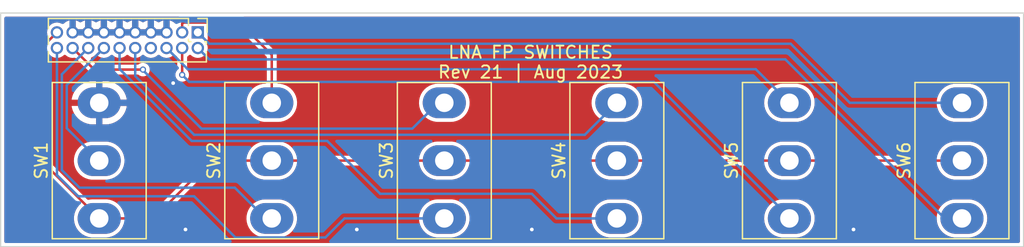
<source format=kicad_pcb>
(kicad_pcb (version 20211014) (generator pcbnew)
  (layers (0 "F.Cu" signal) (31 "B.Cu" signal) (34 "B.Paste" user) (35 "F.Paste" user) (36 "B.SilkS" user "B.Silkscreen") (37 "F.SilkS" user "F.Silkscreen") (38 "B.Mask" user) (39 "F.Mask" user) (44 "Edge.Cuts" user))
  (net 0 "")
  (net 1 "/-20dB_SW__IN")
  (net 2 "/+20dB_SW__IN")
  (net 3 "GND")
  (net 4 "/WB_SW__IN")
  (net 5 "/10Hz_LP_SW__IN")
  (net 6 "/10kHz_LP_SW__IN")
  (net 7 "/0.1Hz_Fc_SW__IN")
  (net 8 "/SETTLE_SW__IN")
  (net 9 "/INPUT_HP_SW_IN")
  (net 10 "/K4_SW__IN")
  (net 11 "/K3_SW__IN")
  (net 12 "/K2_SW__IN")
  (net 13 "+3V3")
  (net 14 "/K1_SW__IN")
  (footprint "Connector_PinHeader_1.27mm:PinHeader_2x10_P1.27mm_Vertical" (layer "F.Cu") (at 123 89.575 -90)
    (fp_text reference "J1" hide)
    (fp_text value "IDC_HDR")
    (fp_line (start 0.76 -0.695) (end 0.96247 -0.695) (layer "F.SilkS") (width 0.12))
    (fp_line (start -1.13 -0.76) (end 0 -0.76) (layer "F.SilkS") (width 0.12))
    (fp_line (start 1.57753 -0.695) (end 2.4 -0.695) (layer "F.SilkS") (width 0.12))
    (fp_line (start 1.57753 12.125) (end 2.4 12.125) (layer "F.SilkS") (width 0.12))
    (fp_line (start 0.30753 12.125) (end 0.96247 12.125) (layer "F.SilkS") (width 0.12))
    (fp_line (start 0.76 -0.563471) (end 0.76 -0.695) (layer "F.SilkS") (width 0.12))
    (fp_line (start 0.76 0.706529) (end 0.76 0.563471) (layer "F.SilkS") (width 0.12))
    (fp_line (start -1.13 0.76) (end -1.13 12.125) (layer "F.SilkS") (width 0.12))
    (fp_line (start -1.13 0) (end -1.13 -0.76) (layer "F.SilkS") (width 0.12))
    (fp_line (start -1.13 12.125) (end -0.30753 12.125) (layer "F.SilkS") (width 0.12))
    (fp_line (start 0.563471 0.76) (end 0.706529 0.76) (layer "F.SilkS") (width 0.12))
    (fp_line (start 2.4 -0.695) (end 2.4 12.125) (layer "F.SilkS") (width 0.12))
    (fp_line (start -1.13 0.76) (end -0.563471 0.76) (layer "F.SilkS") (width 0.12))
    (pad "1" thru_hole rect (at 0 0 270) (size 1 1) (drill 0.65) (layers *.Cu *.Mask) (net 1 "/-20dB_SW__IN"))
    (pad "2" thru_hole oval (at 1.27 0 270) (size 1 1) (drill 0.65) (layers *.Cu *.Mask) (net 2 "/+20dB_SW__IN"))
    (pad "3" thru_hole oval (at 0 1.27 270) (size 1 1) (drill 0.65) (layers *.Cu *.Mask) (net 9 "/INPUT_HP_SW_IN"))
    (pad "4" thru_hole oval (at 1.27 1.27 270) (size 1 1) (drill 0.65) (layers *.Cu *.Mask) (net 4 "/WB_SW__IN"))
    (pad "5" thru_hole oval (at 0 2.54 270) (size 1 1) (drill 0.65) (layers *.Cu *.Mask) (net 3 "GND"))
    (pad "6" thru_hole oval (at 1.27 2.54 270) (size 1 1) (drill 0.65) (layers *.Cu *.Mask) (net 5 "/10Hz_LP_SW__IN"))
    (pad "7" thru_hole oval (at 0 3.81 270) (size 1 1) (drill 0.65) (layers *.Cu *.Mask) (net 3 "GND"))
    (pad "8" thru_hole oval (at 1.27 3.81 270) (size 1 1) (drill 0.65) (layers *.Cu *.Mask) (net 6 "/10kHz_LP_SW__IN"))
    (pad "9" thru_hole oval (at 0 5.08 270) (size 1 1) (drill 0.65) (layers *.Cu *.Mask) (net 3 "GND"))
    (pad "10" thru_hole oval (at 1.27 5.08 270) (size 1 1) (drill 0.65) (layers *.Cu *.Mask) (net 7 "/0.1Hz_Fc_SW__IN"))
    (pad "11" thru_hole oval (at 0 6.35 270) (size 1 1) (drill 0.65) (layers *.Cu *.Mask) (net 3 "GND"))
    (pad "12" thru_hole oval (at 1.27 6.35 270) (size 1 1) (drill 0.65) (layers *.Cu *.Mask) (net 8 "/SETTLE_SW__IN"))
    (pad "13" thru_hole oval (at 0 7.62 270) (size 1 1) (drill 0.65) (layers *.Cu *.Mask) (net 3 "GND"))
    (pad "14" thru_hole oval (at 1.27 7.62 270) (size 1 1) (drill 0.65) (layers *.Cu *.Mask) (net 14 "/K1_SW__IN"))
    (pad "15" thru_hole oval (at 0 8.89 270) (size 1 1) (drill 0.65) (layers *.Cu *.Mask) (net 3 "GND"))
    (pad "16" thru_hole oval (at 1.27 8.89 270) (size 1 1) (drill 0.65) (layers *.Cu *.Mask) (net 12 "/K2_SW__IN"))
    (pad "17" thru_hole oval (at 0 10.16 270) (size 1 1) (drill 0.65) (layers *.Cu *.Mask) (net 3 "GND"))
    (pad "18" thru_hole oval (at 1.27 10.16 270) (size 1 1) (drill 0.65) (layers *.Cu *.Mask) (net 11 "/K3_SW__IN"))
    (pad "19" thru_hole oval (at 0 11.43 270) (size 1 1) (drill 0.65) (layers *.Cu *.Mask) (net 13 "+3V3"))
    (pad "20" thru_hole oval (at 1.27 11.43 270) (size 1 1) (drill 0.65) (layers *.Cu *.Mask) (net 10 "/K4_SW__IN"))
  )
  (footprint "Button_Switch_THT:SW_SPDT_4.7_mm" (layer "F.Cu") (at 171 100 90)
    (fp_text reference "SW5" (at 0 -4.7 90) (layer "F.SilkS"))
    (fp_text value "SW_SPDT")
    (fp_line (start 6.35 -3.81) (end -6.35 -3.81) (layer "F.SilkS") (width 0.12))
    (fp_line (start 6.35 3.81) (end 6.35 -3.81) (layer "F.SilkS") (width 0.12))
    (fp_line (start -6.35 3.81) (end 6.35 3.81) (layer "F.SilkS") (width 0.12))
    (fp_line (start -6.35 -3.81) (end -6.35 3.81) (layer "F.SilkS") (width 0.12))
    (pad "1" thru_hole oval locked (at -4.7 0 90) (size 2.5 3.5) (drill 1.5) (layers *.Cu *.Mask) (net 4 "/WB_SW__IN"))
    (pad "2" thru_hole oval locked (at 0 0 90) (size 2.5 3.5) (drill 1.5) (layers *.Cu *.Mask) (net 13 "+3V3"))
    (pad "3" thru_hole oval locked (at 4.7 0 90) (size 2.5 3.5) (drill 1.5) (layers *.Cu *.Mask) (net 5 "/10Hz_LP_SW__IN"))
  )
  (footprint "Button_Switch_THT:SW_SPDT_4.7_mm" (layer "F.Cu") (at 115 100 90)
    (fp_text reference "SW1" (at 0 -4.7 90) (layer "F.SilkS"))
    (fp_text value "SW_SPDT")
    (fp_line (start -6.35 -3.81) (end -6.35 3.81) (layer "F.SilkS") (width 0.12))
    (fp_line (start 6.35 3.81) (end 6.35 -3.81) (layer "F.SilkS") (width 0.12))
    (fp_line (start 6.35 -3.81) (end -6.35 -3.81) (layer "F.SilkS") (width 0.12))
    (fp_line (start -6.35 3.81) (end 6.35 3.81) (layer "F.SilkS") (width 0.12))
    (pad "1" thru_hole oval locked (at -4.7 0 90) (size 2.5 3.5) (drill 1.5) (layers *.Cu *.Mask) (net 13 "+3V3"))
    (pad "2" thru_hole oval locked (at 0 0 90) (size 2.5 3.5) (drill 1.5) (layers *.Cu *.Mask) (net 14 "/K1_SW__IN"))
    (pad "3" thru_hole oval locked (at 4.7 0 90) (size 2.5 3.5) (drill 1.5) (layers *.Cu *.Mask) (net 3 "GND"))
  )
  (footprint "Button_Switch_THT:SW_SPDT_4.7_mm" (layer "F.Cu") (at 129 100 90)
    (fp_text reference "SW2" (at 0 -4.7 90) (layer "F.SilkS"))
    (fp_text value "SW_SPDT")
    (fp_line (start 6.35 3.81) (end 6.35 -3.81) (layer "F.SilkS") (width 0.12))
    (fp_line (start -6.35 -3.81) (end -6.35 3.81) (layer "F.SilkS") (width 0.12))
    (fp_line (start -6.35 3.81) (end 6.35 3.81) (layer "F.SilkS") (width 0.12))
    (fp_line (start 6.35 -3.81) (end -6.35 -3.81) (layer "F.SilkS") (width 0.12))
    (pad "1" thru_hole oval locked (at -4.7 0 90) (size 2.5 3.5) (drill 1.5) (layers *.Cu *.Mask) (net 12 "/K2_SW__IN"))
    (pad "2" thru_hole oval locked (at 0 0 90) (size 2.5 3.5) (drill 1.5) (layers *.Cu *.Mask) (net 13 "+3V3"))
    (pad "3" thru_hole oval locked (at 4.7 0 90) (size 2.5 3.5) (drill 1.5) (layers *.Cu *.Mask) (net 9 "/INPUT_HP_SW_IN"))
  )
  (footprint "Button_Switch_THT:SW_SPDT_4.7_mm" (layer "F.Cu") (at 185 100 90)
    (fp_text reference "SW6" (at 0 -4.7 90) (layer "F.SilkS"))
    (fp_text value "SW_SPDT")
    (fp_line (start 6.35 3.81) (end 6.35 -3.81) (layer "F.SilkS") (width 0.12))
    (fp_line (start 6.35 -3.81) (end -6.35 -3.81) (layer "F.SilkS") (width 0.12))
    (fp_line (start -6.35 -3.81) (end -6.35 3.81) (layer "F.SilkS") (width 0.12))
    (fp_line (start -6.35 3.81) (end 6.35 3.81) (layer "F.SilkS") (width 0.12))
    (pad "1" thru_hole oval locked (at -4.7 0 90) (size 2.5 3.5) (drill 1.5) (layers *.Cu *.Mask) (net 2 "/+20dB_SW__IN"))
    (pad "2" thru_hole oval locked (at 0 0 90) (size 2.5 3.5) (drill 1.5) (layers *.Cu *.Mask) (net 13 "+3V3"))
    (pad "3" thru_hole oval locked (at 4.7 0 90) (size 2.5 3.5) (drill 1.5) (layers *.Cu *.Mask) (net 1 "/-20dB_SW__IN"))
  )
  (footprint "Button_Switch_THT:SW_SPDT_4.7_mm" (layer "F.Cu") (at 143 100 90)
    (fp_text reference "SW3" (at 0 -4.7 90) (layer "F.SilkS"))
    (fp_text value "SW_SPDT")
    (fp_line (start 6.35 3.81) (end 6.35 -3.81) (layer "F.SilkS") (width 0.12))
    (fp_line (start -6.35 -3.81) (end -6.35 3.81) (layer "F.SilkS") (width 0.12))
    (fp_line (start 6.35 -3.81) (end -6.35 -3.81) (layer "F.SilkS") (width 0.12))
    (fp_line (start -6.35 3.81) (end 6.35 3.81) (layer "F.SilkS") (width 0.12))
    (pad "1" thru_hole oval locked (at -4.7 0 90) (size 2.5 3.5) (drill 1.5) (layers *.Cu *.Mask) (net 10 "/K4_SW__IN"))
    (pad "2" thru_hole oval locked (at 0 0 90) (size 2.5 3.5) (drill 1.5) (layers *.Cu *.Mask) (net 13 "+3V3"))
    (pad "3" thru_hole oval locked (at 4.7 0 90) (size 2.5 3.5) (drill 1.5) (layers *.Cu *.Mask) (net 11 "/K3_SW__IN"))
  )
  (footprint "Button_Switch_THT:SW_SPDT_4.7_mm" (layer "F.Cu") (at 157 100 90)
    (fp_text reference "SW4" (at 0 -4.7 90) (layer "F.SilkS"))
    (fp_text value "SW_SPDT")
    (fp_line (start -6.35 3.81) (end 6.35 3.81) (layer "F.SilkS") (width 0.12))
    (fp_line (start 6.35 3.81) (end 6.35 -3.81) (layer "F.SilkS") (width 0.12))
    (fp_line (start -6.35 -3.81) (end -6.35 3.81) (layer "F.SilkS") (width 0.12))
    (fp_line (start 6.35 -3.81) (end -6.35 -3.81) (layer "F.SilkS") (width 0.12))
    (pad "1" thru_hole oval locked (at -4.7 0 90) (size 2.5 3.5) (drill 1.5) (layers *.Cu *.Mask) (net 8 "/SETTLE_SW__IN"))
    (pad "2" thru_hole oval locked (at 0 0 90) (size 2.5 3.5) (drill 1.5) (layers *.Cu *.Mask) (net 13 "+3V3"))
    (pad "3" thru_hole oval locked (at 4.7 0 90) (size 2.5 3.5) (drill 1.5) (layers *.Cu *.Mask) (net 7 "/0.1Hz_Fc_SW__IN"))
  )
  (gr_rect (start 107 88) (end 190 107) (layer "Edge.Cuts") (width 0.1) (fill none))
  (gr_text "LNA FP SWITCHES\nRev 21 | Aug 2023" (at 150 92) (layer "F.SilkS") (effects (font (size 1 1))))
  (segment (start 175.9 95.3) (end 171.1 90.5) (width 0.2) (layer "B.Cu") (net 1))
  (segment (start 123.925 90.5) (end 123 89.575) (width 0.2) (layer "B.Cu") (net 1))
  (segment (start 171.1 90.5) (end 123.925 90.5) (width 0.2) (layer "B.Cu") (net 1))
  (segment (start 185 95.3) (end 175.9 95.3) (width 0.2) (layer "B.Cu") (net 1))
  (segment (start 123.925 91.77) (end 170.67 91.77) (width 0.2) (layer "B.Cu") (net 2))
  (segment (start 123 90.845) (end 123.925 91.77) (width 0.2) (layer "B.Cu") (net 2))
  (segment (start 170.67 91.77) (end 183.6 104.7) (width 0.2) (layer "B.Cu") (net 2))
  (via (at 122 105.6) (size 0.5) (drill 0.3) (layers "F.Cu" "B.Cu") (net 3))
  (via (at 121 93.7) (size 0.5) (drill 0.3) (layers "F.Cu" "B.Cu") (net 3))
  (via (at 150.1 105.6) (size 0.5) (drill 0.3) (layers "F.Cu" "B.Cu") (net 3))
  (via (at 176.2 105.6) (size 0.5) (drill 0.3) (layers "F.Cu" "B.Cu") (net 3))
  (via (at 135.9 105.6) (size 0.5) (drill 0.3) (layers "F.Cu" "B.Cu") (net 3))
  (segment (start 121.73 93.03) (end 121.73 90.845) (width 0.2) (layer "F.Cu") (net 4))
  (via (at 121.73 93.03) (size 0.5) (drill 0.3) (layers "F.Cu" "B.Cu") (net 4))
  (segment (start 122.3 93.6) (end 160 93.6) (width 0.2) (layer "B.Cu") (net 4))
  (segment (start 160 93.6) (end 171 104.6) (width 0.2) (layer "B.Cu") (net 4))
  (segment (start 121.73 93.03) (end 122.3 93.6) (width 0.2) (layer "B.Cu") (net 4))
  (segment (start 168.27 92.57) (end 171 95.3) (width 0.2) (layer "B.Cu") (net 5))
  (segment (start 122.185 92.57) (end 168.27 92.57) (width 0.2) (layer "B.Cu") (net 5))
  (segment (start 120.46 90.845) (end 122.185 92.57) (width 0.2) (layer "B.Cu") (net 5))
  (segment (start 117.92 93.12) (end 122.7 97.9) (width 0.2) (layer "B.Cu") (net 7))
  (segment (start 154.4 97.9) (end 157 95.3) (width 0.2) (layer "B.Cu") (net 7))
  (segment (start 117.92 90.845) (end 117.92 93.12) (width 0.2) (layer "B.Cu") (net 7))
  (segment (start 122.7 97.9) (end 154.4 97.9) (width 0.2) (layer "B.Cu") (net 7))
  (segment (start 150.1 102.7) (end 152.1 104.7) (width 0.2) (layer "B.Cu") (net 8))
  (segment (start 116.65 92.55) (end 122.5 98.4) (width 0.2) (layer "B.Cu") (net 8))
  (segment (start 116.65 90.845) (end 116.65 92.55) (width 0.2) (layer "B.Cu") (net 8))
  (segment (start 152.1 104.7) (end 157 104.7) (width 0.2) (layer "B.Cu") (net 8))
  (segment (start 133.5 98.4) (end 137.8 102.7) (width 0.2) (layer "B.Cu") (net 8))
  (segment (start 137.8 102.7) (end 150.1 102.7) (width 0.2) (layer "B.Cu") (net 8))
  (segment (start 122.5 98.4) (end 133.5 98.4) (width 0.2) (layer "B.Cu") (net 8))
  (segment (start 121.822894 88.775) (end 126.375 88.775) (width 0.2) (layer "F.Cu") (net 9))
  (segment (start 121.73 88.867894) (end 121.822894 88.775) (width 0.2) (layer "F.Cu") (net 9))
  (segment (start 126.375 88.775) (end 129 91.4) (width 0.2) (layer "F.Cu") (net 9))
  (segment (start 129 91.4) (end 129 95.3) (width 0.2) (layer "F.Cu") (net 9))
  (segment (start 121.73 89.575) (end 121.73 88.867894) (width 0.2) (layer "F.Cu") (net 9))
  (segment (start 126.05 106.25) (end 133.35 106.25) (width 0.2) (layer "B.Cu") (net 10))
  (segment (start 122.7 102.9) (end 126.05 106.25) (width 0.2) (layer "B.Cu") (net 10))
  (segment (start 111.57 90.845) (end 111.57 101.17) (width 0.2) (layer "B.Cu") (net 10))
  (segment (start 113.3 102.9) (end 122.7 102.9) (width 0.2) (layer "B.Cu") (net 10))
  (segment (start 111.57 101.17) (end 113.3 102.9) (width 0.2) (layer "B.Cu") (net 10))
  (segment (start 133.35 106.25) (end 134.9 104.7) (width 0.2) (layer "B.Cu") (net 10))
  (segment (start 134.9 104.7) (end 143 104.7) (width 0.2) (layer "B.Cu") (net 10))
  (segment (start 112.84 90.845) (end 114.595 92.6) (width 0.2) (layer "F.Cu") (net 11))
  (segment (start 114.595 92.6) (end 118.5495 92.6) (width 0.2) (layer "F.Cu") (net 11))
  (via (at 118.5495 92.6) (size 0.5) (drill 0.3) (layers "F.Cu" "B.Cu") (net 11))
  (segment (start 143 95.3) (end 142.5 95.3) (width 0.2) (layer "B.Cu") (net 11))
  (segment (start 118.5495 92.6495) (end 118.5495 92.6) (width 0.2) (layer "B.Cu") (net 11))
  (segment (start 123.3 97.4) (end 118.5495 92.6495) (width 0.2) (layer "B.Cu") (net 11))
  (segment (start 140.4 97.4) (end 123.3 97.4) (width 0.2) (layer "B.Cu") (net 11))
  (segment (start 142.5 95.3) (end 140.4 97.4) (width 0.2) (layer "B.Cu") (net 11))
  (segment (start 128.5 104.7) (end 129 104.7) (width 0.2) (layer "B.Cu") (net 12))
  (segment (start 126 102.2) (end 128.5 104.7) (width 0.2) (layer "B.Cu") (net 12))
  (segment (start 111.969501 92.985499) (end 111.969501 100.769501) (width 0.2) (layer "B.Cu") (net 12))
  (segment (start 113.4 102.2) (end 126 102.2) (width 0.2) (layer "B.Cu") (net 12))
  (segment (start 114.11 90.845) (end 111.969501 92.985499) (width 0.2) (layer "B.Cu") (net 12))
  (segment (start 111.969501 100.769501) (end 113.4 102.2) (width 0.2) (layer "B.Cu") (net 12))
  (segment (start 115 104.7) (end 119.4 104.7) (width 0.2) (layer "F.Cu") (net 13))
  (segment (start 129 100) (end 185 100) (width 0.2) (layer "F.Cu") (net 13))
  (segment (start 124.1 100) (end 129 100) (width 0.2) (layer "F.Cu") (net 13))
  (segment (start 110.2 90.945) (end 110.2 99.9) (width 0.2) (layer "F.Cu") (net 13))
  (segment (start 119.4 104.7) (end 124.1 100) (width 0.2) (layer "F.Cu") (net 13))
  (segment (start 111.57 89.575) (end 110.2 90.945) (width 0.2) (layer "F.Cu") (net 13))
  (segment (start 110.2 99.9) (end 115 104.7) (width 0.2) (layer "F.Cu") (net 13))
  (segment (start 112.369002 93.855998) (end 115.38 90.845) (width 0.2) (layer "B.Cu") (net 14))
  (segment (start 112.369002 97.369002) (end 112.369002 93.855998) (width 0.2) (layer "B.Cu") (net 14))
  (segment (start 115 100) (end 112.369002 97.369002) (width 0.2) (layer "B.Cu") (net 14))
  (zone (net 3) (net_name "GND") (layers F&B.Cu) (connect_pads thru_hole_only (clearance 0.3)) (min_thickness 0.254) (fill yes (thermal_gap 0.508) (thermal_bridge_width 0.508))
    (polygon (pts (xy 190 107) (xy 107 107) (xy 107 88) (xy 190 88)))
  )
)
</source>
